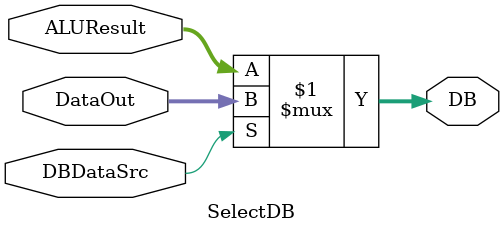
<source format=v>
`timescale 1ns / 1ps


module SelectDB(
    input DBDataSrc,
    input [31:0] ALUResult,
    input [31:0] DataOut,
    output wire [31:0] DB
    );
    assign DB = DBDataSrc ? DataOut : ALUResult;
    
endmodule

</source>
